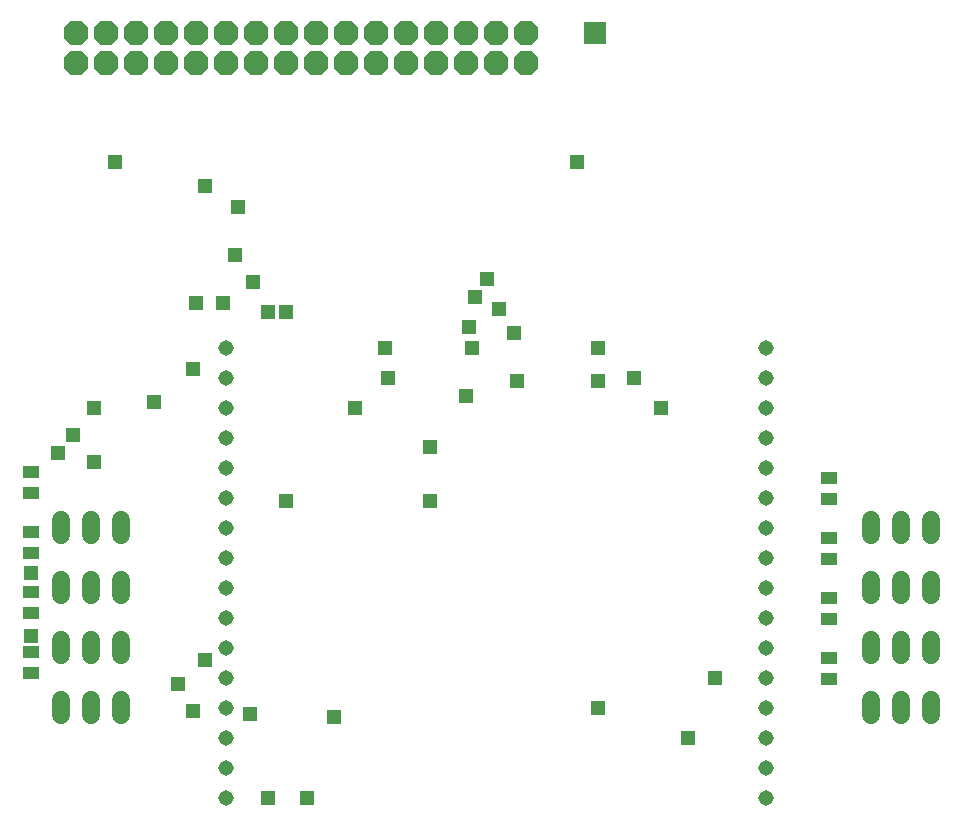
<source format=gts>
G75*
%MOIN*%
%OFA0B0*%
%FSLAX24Y24*%
%IPPOS*%
%LPD*%
%AMOC8*
5,1,8,0,0,1.08239X$1,22.5*
%
%ADD10C,0.0516*%
%ADD11C,0.0600*%
%ADD12OC8,0.0820*%
%ADD13R,0.0552X0.0395*%
%ADD14R,0.0730X0.0730*%
%ADD15R,0.0476X0.0476*%
D10*
X007600Y005100D03*
X007600Y006100D03*
X007600Y007100D03*
X007600Y008100D03*
X007600Y009100D03*
X007600Y010100D03*
X007600Y011100D03*
X007600Y012100D03*
X007600Y013100D03*
X007600Y014100D03*
X007600Y015100D03*
X007600Y016100D03*
X007600Y017100D03*
X007600Y018100D03*
X007600Y019100D03*
X007600Y020100D03*
X025600Y020100D03*
X025600Y019100D03*
X025600Y018100D03*
X025600Y017100D03*
X025600Y016100D03*
X025600Y015100D03*
X025600Y014100D03*
X025600Y013100D03*
X025600Y012100D03*
X025600Y011100D03*
X025600Y010100D03*
X025600Y009100D03*
X025600Y008100D03*
X025600Y007100D03*
X025600Y006100D03*
X025600Y005100D03*
D11*
X029100Y007840D02*
X029100Y008360D01*
X030100Y008360D02*
X030100Y007840D01*
X031100Y007840D02*
X031100Y008360D01*
X031100Y009840D02*
X031100Y010360D01*
X030100Y010360D02*
X030100Y009840D01*
X029100Y009840D02*
X029100Y010360D01*
X029100Y011840D02*
X029100Y012360D01*
X030100Y012360D02*
X030100Y011840D01*
X031100Y011840D02*
X031100Y012360D01*
X031100Y013840D02*
X031100Y014360D01*
X030100Y014360D02*
X030100Y013840D01*
X029100Y013840D02*
X029100Y014360D01*
X004100Y014360D02*
X004100Y013840D01*
X003100Y013840D02*
X003100Y014360D01*
X002100Y014360D02*
X002100Y013840D01*
X002100Y012360D02*
X002100Y011840D01*
X003100Y011840D02*
X003100Y012360D01*
X004100Y012360D02*
X004100Y011840D01*
X004100Y010360D02*
X004100Y009840D01*
X003100Y009840D02*
X003100Y010360D01*
X002100Y010360D02*
X002100Y009840D01*
X002100Y008360D02*
X002100Y007840D01*
X003100Y007840D02*
X003100Y008360D01*
X004100Y008360D02*
X004100Y007840D01*
D12*
X003600Y029600D03*
X003600Y030600D03*
X002600Y030600D03*
X002600Y029600D03*
X004600Y029600D03*
X004600Y030600D03*
X005600Y030600D03*
X005600Y029600D03*
X006600Y029600D03*
X006600Y030600D03*
X007600Y030600D03*
X007600Y029600D03*
X008600Y029600D03*
X008600Y030600D03*
X009600Y030600D03*
X009600Y029600D03*
X010600Y029600D03*
X010600Y030600D03*
X011600Y030600D03*
X011600Y029600D03*
X012600Y029600D03*
X012600Y030600D03*
X013600Y030600D03*
X013600Y029600D03*
X014600Y029600D03*
X014600Y030600D03*
X015600Y030600D03*
X015600Y029600D03*
X016600Y029600D03*
X016600Y030600D03*
X017600Y030600D03*
X017600Y029600D03*
D13*
X027700Y015754D03*
X027700Y015046D03*
X027700Y013754D03*
X027700Y013046D03*
X027700Y011754D03*
X027700Y011046D03*
X027700Y009754D03*
X027700Y009046D03*
X001100Y009246D03*
X001100Y009954D03*
X001100Y011246D03*
X001100Y011954D03*
X001100Y013246D03*
X001100Y013954D03*
X001100Y015246D03*
X001100Y015954D03*
D14*
X019900Y030600D03*
D15*
X019300Y026300D03*
X016300Y022400D03*
X015900Y021800D03*
X016700Y021400D03*
X017200Y020600D03*
X015800Y020100D03*
X015700Y020800D03*
X017300Y019000D03*
X015600Y018500D03*
X014400Y016800D03*
X014400Y015000D03*
X011900Y018100D03*
X013000Y019100D03*
X012900Y020100D03*
X009600Y021300D03*
X009000Y021300D03*
X008500Y022300D03*
X007900Y023200D03*
X008000Y024800D03*
X006900Y025500D03*
X003900Y026300D03*
X006600Y021600D03*
X007500Y021600D03*
X006500Y019400D03*
X005200Y018300D03*
X003200Y018100D03*
X002500Y017200D03*
X002000Y016600D03*
X003200Y016300D03*
X001100Y012600D03*
X001100Y010500D03*
X006000Y008900D03*
X006500Y008000D03*
X006900Y009700D03*
X008400Y007900D03*
X011200Y007800D03*
X010300Y005100D03*
X009000Y005100D03*
X009600Y015000D03*
X020000Y019000D03*
X020000Y020100D03*
X021200Y019100D03*
X022100Y018100D03*
X023900Y009100D03*
X023000Y007100D03*
X020000Y008100D03*
M02*

</source>
